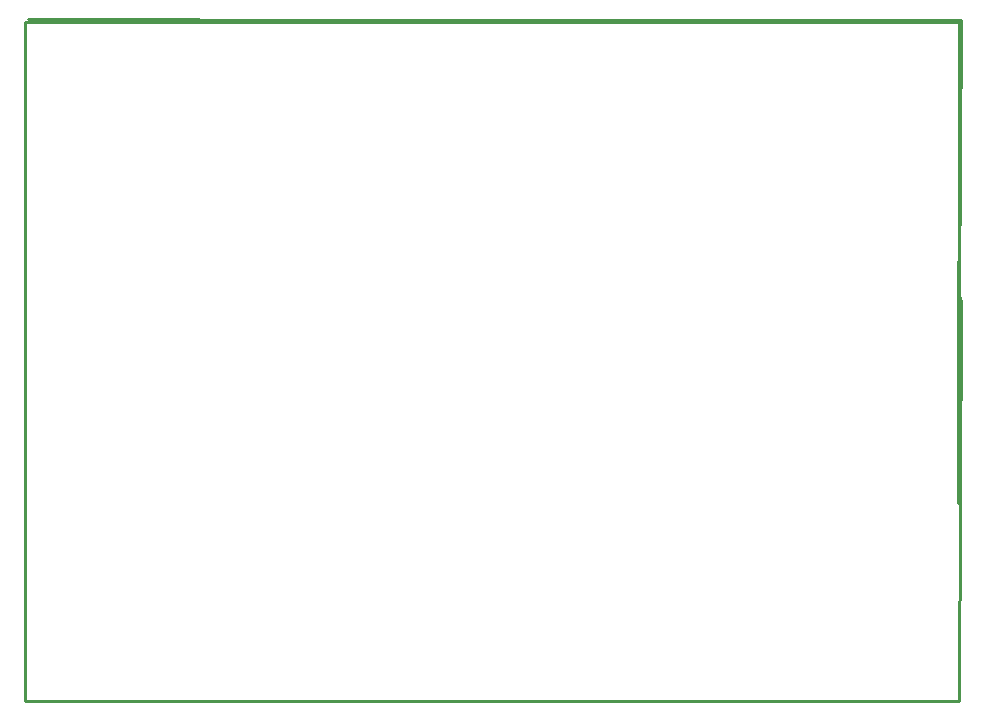
<source format=gko>
G04 Layer: BoardOutlineLayer*
G04 EasyEDA v6.5.40, 2024-07-22 10:49:34*
G04 Gerber Generator version 0.2*
G04 Scale: 100 percent, Rotated: No, Reflected: No *
G04 Dimensions in inches *
G04 leading zeros omitted , absolute positions ,3 integer and 6 decimal *
%FSLAX36Y36*%
%MOIN*%

%ADD10C,0.0100*%
D10*
X1160000Y10000D02*
G01*
X10000Y15000D01*
X15000Y10000D01*
X2920000Y10000D01*
X3120000Y10000D01*
X3115000Y-905000D01*
X3120000Y-925000D01*
X3115000Y-2260000D01*
X0Y-2260000D01*
X0Y5000D01*
X3115000Y5000D01*
X3110000Y-1600000D01*

%LPD*%
M02*

</source>
